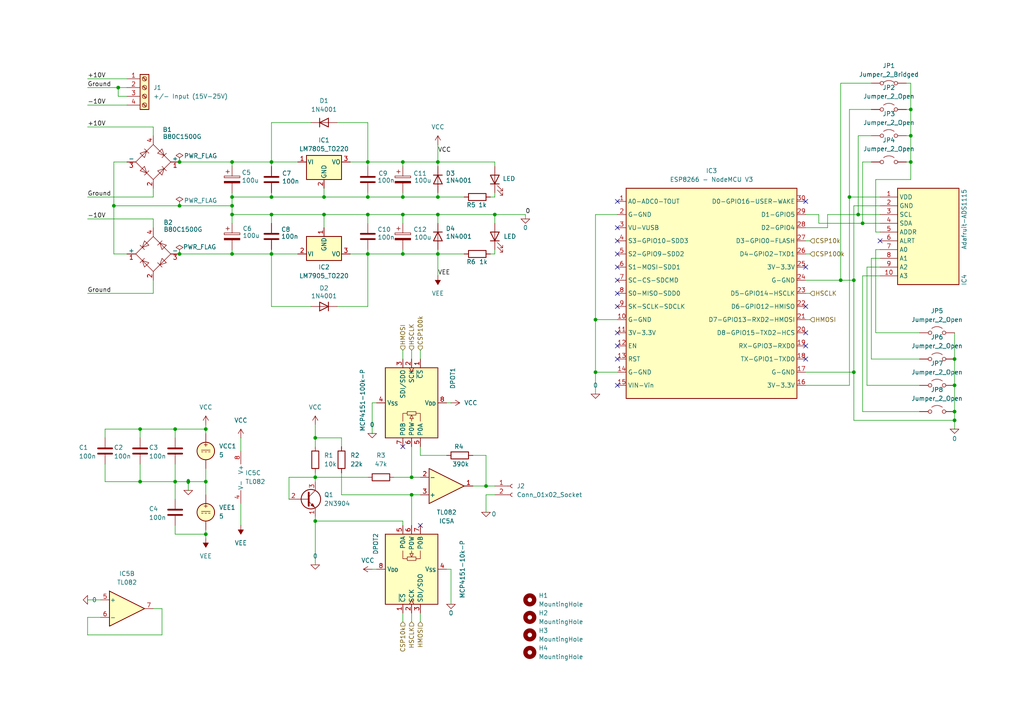
<source format=kicad_sch>
(kicad_sch (version 20250114) (generator "eeschema") (generator_version "9.0")
  (paper "A4")
  (title_block (title "Transistor-Thermometer") (date "2024-12-03") (company "HSB") (comment 1 "M 5.9 ELK WiSe2024/25"))
  (junction (at 50.8 124.46))
  (junction (at 143.51 62.23))
  (junction (at 243.84 81.28))
  (junction (at 54.61 139.7))
  (junction (at 40.64 124.46))
  (junction (at 248.92 62.23))
  (junction (at 116.84 57.15))
  (junction (at 276.86 121.92))
  (junction (at 127 73.66))
  (junction (at 276.86 111.76))
  (junction (at 91.44 127))
  (junction (at 34.29 25.4))
  (junction (at 78.74 57.15))
  (junction (at 59.69 139.7))
  (junction (at 91.44 138.43))
  (junction (at 50.8 139.7))
  (junction (at 250.19 64.77))
  (junction (at 106.68 62.23))
  (junction (at 52.07 73.66))
  (junction (at 67.31 57.15))
  (junction (at 119.38 143.51))
  (junction (at 78.74 46.99))
  (junction (at 172.72 92.71))
  (junction (at 67.31 46.99))
  (junction (at 40.64 139.7))
  (junction (at 127 57.15))
  (junction (at 59.69 154.94))
  (junction (at 276.86 119.38))
  (junction (at 106.68 46.99))
  (junction (at 247.65 107.95))
  (junction (at 246.38 57.15))
  (junction (at 67.31 73.66))
  (junction (at 276.86 104.14))
  (junction (at 247.65 81.28))
  (junction (at 264.16 46.99))
  (junction (at 78.74 73.66))
  (junction (at 264.16 39.37))
  (junction (at 127 46.99))
  (junction (at 116.84 46.99))
  (junction (at 172.72 107.95))
  (junction (at 93.98 62.23))
  (junction (at 59.69 124.46))
  (junction (at 91.44 151.13))
  (junction (at 93.98 57.15))
  (junction (at 119.38 138.43))
  (junction (at 106.68 57.15))
  (junction (at 67.31 62.23))
  (junction (at 264.16 31.75))
  (junction (at 116.84 73.66))
  (junction (at 52.07 46.99))
  (junction (at 127 62.23))
  (junction (at 33.02 59.69))
  (junction (at 140.97 140.97))
  (junction (at 106.68 73.66))
  (junction (at 116.84 62.23))
  (junction (at 67.31 59.69))
  (junction (at 52.07 59.69))
  (junction (at 78.74 62.23))
  (no_connect (at 233.68 100.33))
  (no_connect (at 233.68 96.52))
  (no_connect (at 233.68 77.47))
  (no_connect (at 233.68 104.14))
  (no_connect (at 233.68 88.9))
  (no_connect (at 179.07 58.42))
  (no_connect (at 121.92 152.4))
  (no_connect (at 179.07 69.85))
  (no_connect (at 179.07 66.04))
  (no_connect (at 179.07 85.09))
  (no_connect (at 179.07 88.9))
  (no_connect (at 233.68 58.42))
  (no_connect (at 255.27 69.85))
  (no_connect (at 179.07 73.66))
  (no_connect (at 179.07 104.14))
  (no_connect (at 179.07 77.47))
  (no_connect (at 179.07 100.33))
  (no_connect (at 179.07 111.76))
  (no_connect (at 179.07 81.28))
  (no_connect (at 179.07 96.52))
  (no_connect (at 116.84 129.54))
  (wire (pts (xy 59.69 139.7) (xy 54.61 139.7)))
  (wire (pts (xy 264.16 52.07) (xy 264.16 46.99)))
  (wire (pts (xy 276.86 119.38) (xy 276.86 121.92)))
  (wire (pts (xy 78.74 73.66) (xy 86.36 73.66)))
  (wire (pts (xy 97.79 88.9) (xy 106.68 88.9)))
  (wire (pts (xy 250.19 64.77) (xy 237.49 64.77)))
  (wire (pts (xy 106.68 73.66) (xy 116.84 73.66)))
  (wire (pts (xy 140.97 143.51) (xy 143.51 143.51)))
  (wire (pts (xy 252.73 74.93) (xy 255.27 74.93)))
  (wire (pts (xy 140.97 140.97) (xy 137.16 140.97)))
  (wire (pts (xy 44.45 57.15) (xy 44.45 54.61)))
  (wire (pts (xy 59.69 123.19) (xy 59.69 124.46)))
  (wire (pts (xy 250.19 119.38) (xy 250.19 80.01)))
  (wire (pts (xy 59.69 154.94) (xy 59.69 156.21)))
  (wire (pts (xy 116.84 57.15) (xy 127 57.15)))
  (wire (pts (xy 251.46 111.76) (xy 251.46 77.47)))
  (wire (pts (xy 83.82 144.78) (xy 83.82 138.43)))
  (wire (pts (xy 59.69 154.94) (xy 50.8 154.94)))
  (wire (pts (xy 247.65 59.69) (xy 247.65 81.28)))
  (wire (pts (xy 93.98 62.23) (xy 106.68 62.23)))
  (wire (pts (xy 54.61 139.7) (xy 54.61 142.24)))
  (wire (pts (xy 142.24 57.15) (xy 143.51 57.15)))
  (wire (pts (xy 248.92 39.37) (xy 248.92 62.23)))
  (wire (pts (xy 59.69 124.46) (xy 50.8 124.46)))
  (wire (pts (xy 91.44 123.19) (xy 91.44 127)))
  (wire (pts (xy 252.73 31.75) (xy 246.38 31.75)))
  (wire (pts (xy 25.4 184.15) (xy 46.99 184.15)))
  (wire (pts (xy 86.36 46.99) (xy 78.74 46.99)))
  (wire (pts (xy 25.4 25.4) (xy 34.29 25.4)))
  (wire (pts (xy 254 96.52) (xy 254 72.39)))
  (wire (pts (xy 172.72 92.71) (xy 172.72 107.95)))
  (wire (pts (xy 233.68 66.04) (xy 240.03 66.04)))
  (wire (pts (xy 59.69 124.46) (xy 59.69 125.73)))
  (wire (pts (xy 93.98 62.23) (xy 78.74 62.23)))
  (wire (pts (xy 251.46 77.47) (xy 255.27 77.47)))
  (wire (pts (xy 246.38 111.76) (xy 233.68 111.76)))
  (wire (pts (xy 106.68 46.99) (xy 106.68 48.26)))
  (wire (pts (xy 91.44 138.43) (xy 91.44 139.7)))
  (wire (pts (xy 106.68 72.39) (xy 106.68 73.66)))
  (wire (pts (xy 106.68 55.88) (xy 106.68 57.15)))
  (wire (pts (xy 67.31 72.39) (xy 67.31 73.66)))
  (wire (pts (xy 25.4 63.5) (xy 44.45 63.5)))
  (wire (pts (xy 78.74 35.56) (xy 78.74 46.99)))
  (wire (pts (xy 106.68 35.56) (xy 106.68 46.99)))
  (wire (pts (xy 69.85 127) (xy 69.85 130.81)))
  (wire (pts (xy 266.7 104.14) (xy 252.73 104.14)))
  (wire (pts (xy 25.4 36.83) (xy 44.45 36.83)))
  (wire (pts (xy 90.17 35.56) (xy 78.74 35.56)))
  (wire (pts (xy 106.68 57.15) (xy 116.84 57.15)))
  (wire (pts (xy 266.7 119.38) (xy 250.19 119.38)))
  (wire (pts (xy 44.45 63.5) (xy 44.45 66.04)))
  (wire (pts (xy 121.92 132.08) (xy 121.92 129.54)))
  (wire (pts (xy 116.84 151.13) (xy 91.44 151.13)))
  (wire (pts (xy 50.8 154.94) (xy 50.8 152.4)))
  (wire (pts (xy 127 57.15) (xy 134.62 57.15)))
  (wire (pts (xy 127 73.66) (xy 127 80.01)))
  (wire (pts (xy 93.98 54.61) (xy 93.98 57.15)))
  (wire (pts (xy 25.4 57.15) (xy 44.45 57.15)))
  (wire (pts (xy 107.95 116.84) (xy 109.22 116.84)))
  (wire (pts (xy 143.51 140.97) (xy 140.97 140.97)))
  (wire (pts (xy 44.45 176.53) (xy 46.99 176.53)))
  (wire (pts (xy 119.38 101.6) (xy 119.38 104.14)))
  (wire (pts (xy 264.16 46.99) (xy 264.16 39.37)))
  (wire (pts (xy 264.16 39.37) (xy 264.16 31.75)))
  (wire (pts (xy 252.73 46.99) (xy 250.19 46.99)))
  (wire (pts (xy 91.44 137.16) (xy 91.44 138.43)))
  (wire (pts (xy 106.68 88.9) (xy 106.68 73.66)))
  (wire (pts (xy 67.31 46.99) (xy 67.31 48.26)))
  (wire (pts (xy 78.74 88.9) (xy 78.74 73.66)))
  (wire (pts (xy 101.6 73.66) (xy 106.68 73.66)))
  (wire (pts (xy 50.8 134.62) (xy 50.8 139.7)))
  (wire (pts (xy 116.84 73.66) (xy 127 73.66)))
  (wire (pts (xy 121.92 177.8) (xy 121.92 180.34)))
  (wire (pts (xy 36.83 73.66) (xy 33.02 73.66)))
  (wire (pts (xy 233.68 73.66) (xy 234.95 73.66)))
  (wire (pts (xy 179.07 62.23) (xy 172.72 62.23)))
  (wire (pts (xy 276.86 121.92) (xy 247.65 121.92)))
  (wire (pts (xy 101.6 46.99) (xy 106.68 46.99)))
  (wire (pts (xy 93.98 57.15) (xy 106.68 57.15)))
  (wire (pts (xy 52.07 46.99) (xy 67.31 46.99)))
  (wire (pts (xy 248.92 62.23) (xy 255.27 62.23)))
  (wire (pts (xy 142.24 73.66) (xy 143.51 73.66)))
  (wire (pts (xy 127 62.23) (xy 143.51 62.23)))
  (wire (pts (xy 243.84 24.13) (xy 243.84 81.28)))
  (wire (pts (xy 91.44 151.13) (xy 91.44 163.83)))
  (wire (pts (xy 52.07 59.69) (xy 67.31 59.69)))
  (wire (pts (xy 252.73 39.37) (xy 248.92 39.37)))
  (wire (pts (xy 107.95 165.1) (xy 109.22 165.1)))
  (wire (pts (xy 254 67.31) (xy 254 52.07)))
  (wire (pts (xy 116.84 72.39) (xy 116.84 73.66)))
  (wire (pts (xy 250.19 46.99) (xy 250.19 64.77)))
  (wire (pts (xy 119.38 177.8) (xy 119.38 180.34)))
  (wire (pts (xy 25.4 179.07) (xy 25.4 184.15)))
  (wire (pts (xy 247.65 121.92) (xy 247.65 107.95)))
  (wire (pts (xy 99.06 127) (xy 99.06 129.54)))
  (wire (pts (xy 40.64 124.46) (xy 30.48 124.46)))
  (wire (pts (xy 262.89 46.99) (xy 264.16 46.99)))
  (wire (pts (xy 83.82 138.43) (xy 91.44 138.43)))
  (wire (pts (xy 121.92 101.6) (xy 121.92 104.14)))
  (wire (pts (xy 143.51 57.15) (xy 143.51 55.88)))
  (wire (pts (xy 78.74 62.23) (xy 78.74 64.77)))
  (wire (pts (xy 114.3 138.43) (xy 119.38 138.43)))
  (wire (pts (xy 119.38 143.51) (xy 121.92 143.51)))
  (wire (pts (xy 252.73 104.14) (xy 252.73 74.93)))
  (wire (pts (xy 137.16 132.08) (xy 140.97 132.08)))
  (wire (pts (xy 127 55.88) (xy 127 57.15)))
  (wire (pts (xy 119.38 143.51) (xy 119.38 152.4)))
  (wire (pts (xy 67.31 62.23) (xy 67.31 64.77)))
  (wire (pts (xy 276.86 104.14) (xy 276.86 111.76)))
  (wire (pts (xy 106.68 46.99) (xy 116.84 46.99)))
  (wire (pts (xy 152.4 62.23) (xy 152.4 63.5)))
  (wire (pts (xy 34.29 27.94) (xy 34.29 25.4)))
  (wire (pts (xy 78.74 55.88) (xy 78.74 57.15)))
  (wire (pts (xy 179.07 107.95) (xy 172.72 107.95)))
  (wire (pts (xy 116.84 46.99) (xy 116.84 48.26)))
  (wire (pts (xy 129.54 116.84) (xy 130.81 116.84)))
  (wire (pts (xy 233.68 107.95) (xy 247.65 107.95)))
  (wire (pts (xy 121.92 132.08) (xy 129.54 132.08)))
  (wire (pts (xy 250.19 64.77) (xy 255.27 64.77)))
  (wire (pts (xy 116.84 46.99) (xy 127 46.99)))
  (wire (pts (xy 233.68 85.09) (xy 234.95 85.09)))
  (wire (pts (xy 78.74 57.15) (xy 93.98 57.15)))
  (wire (pts (xy 240.03 62.23) (xy 248.92 62.23)))
  (wire (pts (xy 30.48 139.7) (xy 40.64 139.7)))
  (wire (pts (xy 247.65 107.95) (xy 247.65 81.28)))
  (wire (pts (xy 243.84 81.28) (xy 233.68 81.28)))
  (wire (pts (xy 130.81 175.26) (xy 130.81 165.1)))
  (wire (pts (xy 127 46.99) (xy 127 48.26)))
  (wire (pts (xy 172.72 62.23) (xy 172.72 92.71)))
  (wire (pts (xy 91.44 138.43) (xy 106.68 138.43)))
  (wire (pts (xy 25.4 30.48) (xy 36.83 30.48)))
  (wire (pts (xy 143.51 62.23) (xy 143.51 64.77)))
  (wire (pts (xy 67.31 57.15) (xy 67.31 59.69)))
  (wire (pts (xy 30.48 134.62) (xy 30.48 139.7)))
  (wire (pts (xy 30.48 124.46) (xy 30.48 127)))
  (wire (pts (xy 255.27 67.31) (xy 254 67.31)))
  (wire (pts (xy 119.38 129.54) (xy 119.38 138.43)))
  (wire (pts (xy 33.02 73.66) (xy 33.02 59.69)))
  (wire (pts (xy 127 46.99) (xy 143.51 46.99)))
  (wire (pts (xy 50.8 139.7) (xy 54.61 139.7)))
  (wire (pts (xy 246.38 31.75) (xy 246.38 57.15)))
  (wire (pts (xy 36.83 27.94) (xy 34.29 27.94)))
  (wire (pts (xy 240.03 66.04) (xy 240.03 62.23)))
  (wire (pts (xy 127 62.23) (xy 127 64.77)))
  (wire (pts (xy 33.02 46.99) (xy 36.83 46.99)))
  (wire (pts (xy 172.72 107.95) (xy 172.72 114.3)))
  (wire (pts (xy 78.74 72.39) (xy 78.74 73.66)))
  (wire (pts (xy 250.19 80.01) (xy 255.27 80.01)))
  (wire (pts (xy 247.65 81.28) (xy 243.84 81.28)))
  (wire (pts (xy 106.68 62.23) (xy 116.84 62.23)))
  (wire (pts (xy 262.89 31.75) (xy 264.16 31.75)))
  (wire (pts (xy 233.68 69.85) (xy 234.95 69.85)))
  (wire (pts (xy 264.16 24.13) (xy 262.89 24.13)))
  (wire (pts (xy 67.31 55.88) (xy 67.31 57.15)))
  (wire (pts (xy 127 73.66) (xy 134.62 73.66)))
  (wire (pts (xy 69.85 146.05) (xy 69.85 152.4)))
  (wire (pts (xy 50.8 139.7) (xy 50.8 144.78)))
  (wire (pts (xy 50.8 124.46) (xy 40.64 124.46)))
  (wire (pts (xy 143.51 62.23) (xy 152.4 62.23)))
  (wire (pts (xy 119.38 138.43) (xy 121.92 138.43)))
  (wire (pts (xy 50.8 124.46) (xy 50.8 127)))
  (wire (pts (xy 254 52.07) (xy 264.16 52.07)))
  (wire (pts (xy 255.27 59.69) (xy 247.65 59.69)))
  (wire (pts (xy 107.95 116.84) (xy 107.95 125.73)))
  (wire (pts (xy 99.06 143.51) (xy 119.38 143.51)))
  (wire (pts (xy 116.84 177.8) (xy 116.84 180.34)))
  (wire (pts (xy 266.7 96.52) (xy 254 96.52)))
  (wire (pts (xy 97.79 35.56) (xy 106.68 35.56)))
  (wire (pts (xy 33.02 59.69) (xy 52.07 59.69)))
  (wire (pts (xy 143.51 46.99) (xy 143.51 48.26)))
  (wire (pts (xy 116.84 55.88) (xy 116.84 57.15)))
  (wire (pts (xy 237.49 62.23) (xy 237.49 64.77)))
  (wire (pts (xy 143.51 73.66) (xy 143.51 72.39)))
  (wire (pts (xy 127 41.91) (xy 127 46.99)))
  (wire (pts (xy 233.68 62.23) (xy 237.49 62.23)))
  (wire (pts (xy 246.38 57.15) (xy 246.38 111.76)))
  (wire (pts (xy 127 72.39) (xy 127 73.66)))
  (wire (pts (xy 25.4 173.99) (xy 29.21 173.99)))
  (wire (pts (xy 91.44 149.86) (xy 91.44 151.13)))
  (wire (pts (xy 44.45 81.28) (xy 44.45 85.09)))
  (wire (pts (xy 40.64 139.7) (xy 50.8 139.7)))
  (wire (pts (xy 91.44 129.54) (xy 91.44 127)))
  (wire (pts (xy 116.84 101.6) (xy 116.84 104.14)))
  (wire (pts (xy 255.27 57.15) (xy 246.38 57.15)))
  (wire (pts (xy 179.07 92.71) (xy 172.72 92.71)))
  (wire (pts (xy 276.86 121.92) (xy 276.86 124.46)))
  (wire (pts (xy 67.31 73.66) (xy 78.74 73.66)))
  (wire (pts (xy 29.21 179.07) (xy 25.4 179.07)))
  (wire (pts (xy 276.86 111.76) (xy 276.86 119.38)))
  (wire (pts (xy 116.84 151.13) (xy 116.84 152.4)))
  (wire (pts (xy 40.64 124.46) (xy 40.64 127)))
  (wire (pts (xy 129.54 165.1) (xy 130.81 165.1)))
  (wire (pts (xy 91.44 127) (xy 99.06 127)))
  (wire (pts (xy 25.4 22.86) (xy 36.83 22.86)))
  (wire (pts (xy 52.07 73.66) (xy 67.31 73.66)))
  (wire (pts (xy 59.69 139.7) (xy 59.69 143.51)))
  (wire (pts (xy 252.73 24.13) (xy 243.84 24.13)))
  (wire (pts (xy 106.68 62.23) (xy 106.68 64.77)))
  (wire (pts (xy 67.31 57.15) (xy 78.74 57.15)))
  (wire (pts (xy 233.68 92.71) (xy 234.95 92.71)))
  (wire (pts (xy 33.02 59.69) (xy 33.02 46.99)))
  (wire (pts (xy 93.98 66.04) (xy 93.98 62.23)))
  (wire (pts (xy 116.84 62.23) (xy 127 62.23)))
  (wire (pts (xy 99.06 137.16) (xy 99.06 143.51)))
  (wire (pts (xy 34.29 25.4) (xy 36.83 25.4)))
  (wire (pts (xy 140.97 143.51) (xy 140.97 148.59)))
  (wire (pts (xy 264.16 31.75) (xy 264.16 24.13)))
  (wire (pts (xy 262.89 39.37) (xy 264.16 39.37)))
  (wire (pts (xy 116.84 62.23) (xy 116.84 64.77)))
  (wire (pts (xy 276.86 96.52) (xy 276.86 104.14)))
  (wire (pts (xy 25.4 85.09) (xy 44.45 85.09)))
  (wire (pts (xy 78.74 46.99) (xy 78.74 48.26)))
  (wire (pts (xy 40.64 134.62) (xy 40.64 139.7)))
  (wire (pts (xy 140.97 132.08) (xy 140.97 140.97)))
  (wire (pts (xy 78.74 46.99) (xy 67.31 46.99)))
  (wire (pts (xy 67.31 59.69) (xy 67.31 62.23)))
  (wire (pts (xy 46.99 184.15) (xy 46.99 176.53)))
  (wire (pts (xy 44.45 36.83) (xy 44.45 39.37)))
  (wire (pts (xy 266.7 111.76) (xy 251.46 111.76)))
  (wire (pts (xy 59.69 135.89) (xy 59.69 139.7)))
  (wire (pts (xy 90.17 88.9) (xy 78.74 88.9)))
  (wire (pts (xy 78.74 62.23) (xy 67.31 62.23)))
  (wire (pts (xy 59.69 153.67) (xy 59.69 154.94)))
  (wire (pts (xy 254 72.39) (xy 255.27 72.39)))
  (label "Ground" (at 25.4 25.4 0))
  (label "+10V" (at 25.4 36.83 0))
  (label "VEE" (at 127 80.01 0))
  (label "-10V" (at 25.4 63.5 0))
  (label "Ground" (at 25.4 85.09 0))
  (label "Ground" (at 25.4 57.15 0))
  (label "+10V" (at 25.4 22.86 0))
  (label "0" (at 152.4 62.23 0))
  (label "VCC" (at 127 44.45 0))
  (label "-10V" (at 25.4 30.48 0))
  (hierarchical_label "HSCLK" (shape input) (at 234.95 85.09 0))
  (hierarchical_label "CSP10k" (shape input) (at 234.95 69.85 0))
  (hierarchical_label "HSCLK" (shape input) (at 119.38 180.34 270))
  (hierarchical_label "HMOSI" (shape input) (at 234.95 92.71 0))
  (hierarchical_label "HSCLK" (shape input) (at 119.38 101.6 90))
  (hierarchical_label "HMOSI" (shape input) (at 121.92 180.34 270))
  (hierarchical_label "CSP10k" (shape input) (at 116.84 180.34 270))
  (hierarchical_label "CSP100k" (shape input) (at 234.95 73.66 0))
  (hierarchical_label "CSP100k" (shape input) (at 121.92 101.6 90))
  (hierarchical_label "HMOSI" (shape input) (at 116.84 101.6 90))
  (symbol (lib_id "Device:C") (at 106.68 52.07 0) (unit 1)
    (property "Reference" "C9" (at 109.728 50.292 0) (effects (justify left)))
    (property "Value" "100n" (at 109.474 52.324 0) (effects (justify left)))
    (property "Footprint" "Capacitor_THT:C_Disc_D6.0mm_W2.5mm_P5.00mm" (effects (hide yes)))
    (property "Description" "Unpolarized capacitor" (effects (hide yes)))
  )
  (symbol (lib_id "Amplifier_Operational1:TL082") (at 36.83 176.53 0) (unit 2)
    (property "Reference" "IC5" (at 36.83 166.37 0))
    (property "Value" "TL082" (at 36.83 168.91 0))
    (property "Footprint" "Package_DIP:DIP-8_W7.62mm" (effects (hide yes)))
    (property "Datasheet" "http://www.ti.com/lit/ds/symlink/tl081.pdf" (effects (hide yes)))
    (property "Description" "Dual JFET-Input Operational Amplifiers, DIP-8/SOIC-8/SSOP-8" (effects (hide yes)))
  )
  (symbol (lib_id "Device:R") (at 99.06 133.35 0) (unit 1)
    (property "Reference" "R2" (at 101.6 132.0799 0) (effects (justify left)))
    (property "Value" "22k" (at 101.6 134.6199 0) (effects (justify left)))
    (property "Footprint" "Resistor_THT:R_Axial_DIN0207_L6.3mm_D2.5mm_P10.16mm_Horizontal" (effects (hide yes)))
    (property "Description" "Resistor" (effects (hide yes)))
    (property "Sim.Device" "R" (effects (hide yes)))
    (property "Sim.Pins" "1=+ 2=-" (effects (hide yes)))
  )
  (symbol (lib_id "Jumper:Jumper_2_Open") (at 257.81 31.75 0) (unit 1) (exclude_from_sim yes)
    (property "Reference" "JP2" (at 257.81 25.4 0))
    (property "Value" "Jumper_2_Open" (at 257.81 27.94 0))
    (property "Footprint" "Connector_PinHeader_2.54mm:PinHeader_1x02_P2.54mm_Vertical" (effects (hide yes)))
    (property "Description" "Jumper, 2-pole, open" (effects (hide yes)))
  )
  (symbol (lib_id "Diode:1N4001") (at 127 68.58 270) (unit 1)
    (property "Reference" "D4" (at 129.286 66.294 90) (effects (justify left)))
    (property "Value" "1N4001" (at 129.286 68.58 90) (effects (justify left)))
    (property "Footprint" "Diode_THT:D_DO-41_SOD81_P10.16mm_Horizontal" (effects (hide yes)))
    (property "Datasheet" "http://www.vishay.com/docs/88503/1n4001.pdf" (effects (hide yes)))
    (property "Description" "50V 1A General Purpose Rectifier Diode, DO-41" (effects (hide yes)))
    (property "Sim.Device" "D" (effects (hide yes)))
    (property "Sim.Pins" "1=K 2=A" (effects (hide yes)))
  )
  (symbol (lib_id "Potentiometer_Digital:MCP4151-xxxx-P") (at 119.38 165.1 90) (unit 1)
    (property "Reference" "DPOT2" (at 108.966 157.734 0))
    (property "Value" "MCP4151-10k-P" (at 134.112 165.1 0))
    (property "Footprint" "Package_DIP:DIP-8_W7.62mm" (effects (hide yes)))
    (property "Datasheet" "https://ww1.microchip.com/downloads/aemDocuments/documents/OTH/ProductDocuments/DataSheets/22060b.pdf" (effects (hide yes)))
    (property "Description" "Single Digital Potentiometer, SPI interface, 257 taps, 5/10/50/100 kohm, volatile memory" (effects (hide yes)))
  )
  (symbol (lib_id "power:VEE") (at 59.69 156.21 180) (unit 1)
    (property "Reference" "#PWR02" (effects (hide yes)))
    (property "Value" "VEE" (at 59.69 161.29 0))
    (property "Description" "Power symbol creates a global label with name \"VEE\"" (effects (hide yes)))
  )
  (symbol (lib_id "Device:R") (at 91.44 133.35 0) (unit 1)
    (property "Reference" "R1" (at 93.98 132.0799 0) (effects (justify left)))
    (property "Value" "10k" (at 93.98 134.6199 0) (effects (justify left)))
    (property "Footprint" "Resistor_THT:R_Axial_DIN0207_L6.3mm_D2.5mm_P10.16mm_Horizontal" (effects (hide yes)))
    (property "Description" "Resistor" (effects (hide yes)))
    (property "Sim.Device" "R" (effects (hide yes)))
    (property "Sim.Pins" "1=+ 2=-" (effects (hide yes)))
  )
  (symbol (lib_id "Simulation_SPICE:0") (at 130.81 175.26 0) (unit 1)
    (property "Reference" "#GND04" (effects (hide yes)))
    (property "Value" "0" (at 130.81 177.8 0))
    (property "Datasheet" "https://ngspice.sourceforge.io/docs/ngspice-html-manual/manual.xhtml#subsec_Circuit_elements__device" (effects (hide yes)))
    (property "Description" "0V reference potential for simulation" (effects (hide yes)))
  )
  (symbol (lib_id "Diode_Bridge:B80C1500G") (at 44.45 46.99 0) (unit 1)
    (property "Reference" "B1" (at 48.514 37.592 0))
    (property "Value" "B80C1500G" (at 52.832 39.624 0))
    (property "Footprint" "Diode_THT:Diode_Bridge_Round_D9.0mm" (effects (hide yes)))
    (property "Datasheet" "https://www.vishay.com/docs/88501/b40c1500g.pdf" (effects (hide yes)))
    (property "Description" "Glass Passivated Single-Phase Bridge Rectifier, 80V Vrms, 1.5A If, WOG package" (effects (hide yes)))
  )
  (symbol (lib_id "power:VEE") (at 127 80.01 180) (unit 1)
    (property "Reference" "#PWR08" (effects (hide yes)))
    (property "Value" "VEE" (at 127 85.09 0))
    (property "Description" "Power symbol creates a global label with name \"VEE\"" (effects (hide yes)))
  )
  (symbol (lib_id "Mechanical:MountingHole") (at 153.67 179.07 0) (unit 1) (exclude_from_sim yes) (in_bom no)
    (property "Reference" "H2" (at 156.21 177.7999 0) (effects (justify left)))
    (property "Value" "MountingHole" (at 156.21 180.3399 0) (effects (justify left)))
    (property "Footprint" "MountingHole:MountingHole_3.2mm_M3" (effects (hide yes)))
    (property "Description" "Mounting Hole without connection" (effects (hide yes)))
  )
  (symbol (lib_id "Simulation_SPICE:0") (at 54.61 142.24 0) (unit 1)
    (property "Reference" "#GND02" (effects (hide yes)))
    (property "Value" "0" (at 54.61 139.7 0))
    (property "Datasheet" "https://ngspice.sourceforge.io/docs/ngspice-html-manual/manual.xhtml#subsec_Circuit_elements__device" (effects (hide yes)))
    (property "Description" "0V reference potential for simulation" (effects (hide yes)))
  )
  (symbol (lib_id "power:VCC") (at 69.85 127 0) (unit 1)
    (property "Reference" "#PWR03" (effects (hide yes)))
    (property "Value" "VCC" (at 69.85 121.92 0))
    (property "Description" "Power symbol creates a global label with name \"VCC\"" (effects (hide yes)))
  )
  (symbol (lib_id "Regulator_Linear:LM7810_TO220") (at 93.98 46.99 0) (unit 1)
    (property "Reference" "IC1" (at 93.98 40.64 0))
    (property "Value" "LM7805_TO220" (at 93.98 43.18 0))
    (property "Footprint" "Package_TO_SOT_THT:TO-220-3_Vertical" (effects (hide yes)))
    (property "Datasheet" "https://www.onsemi.cn/PowerSolutions/document/MC7800-D.PDF" (effects (hide yes)))
    (property "Description" "Positive 1A 35V Linear Regulator, Fixed Output 10V, TO-220" (effects (hide yes)))
  )
  (symbol (lib_id "Simulation_SPICE:VDC") (at 59.69 130.81 0) (unit 1) (on_board no)
    (property "Reference" "VCC1" (at 63.5 129.4101 0) (effects (justify left)))
    (property "Value" "5" (at 63.5 131.9501 0) (effects (justify left)))
    (property "Datasheet" "https://ngspice.sourceforge.io/docs/ngspice-html-manual/manual.xhtml#sec_Independent_Sources_for" (effects (hide yes)))
    (property "Description" "Voltage source, DC" (effects (hide yes)))
    (property "Sim.Pins" "1=+ 2=-" (effects (hide yes)))
    (property "Sim.Type" "DC" (effects (hide yes)))
    (property "Sim.Device" "V" (effects (hide yes)))
  )
  (symbol (lib_id "Simulation_SPICE:0") (at 140.97 148.59 0) (unit 1)
    (property "Reference" "#GND06" (effects (hide yes)))
    (property "Value" "0" (at 143.256 149.098 0))
    (property "Datasheet" "https://ngspice.sourceforge.io/docs/ngspice-html-manual/manual.xhtml#subsec_Circuit_elements__device" (effects (hide yes)))
    (property "Description" "0V reference potential for simulation" (effects (hide yes)))
  )
  (symbol (lib_id "power:VEE") (at 69.85 152.4 180) (unit 1)
    (property "Reference" "#PWR04" (effects (hide yes)))
    (property "Value" "VEE" (at 69.85 157.48 0))
    (property "Description" "Power symbol creates a global label with name \"VEE\"" (effects (hide yes)))
  )
  (symbol (lib_id "power:VCC") (at 130.81 116.84 270) (unit 1)
    (property "Reference" "#PWR06" (effects (hide yes)))
    (property "Value" "VCC" (at 134.62 116.8399 90) (effects (justify left)))
    (property "Description" "Power symbol creates a global label with name \"VCC\"" (effects (hide yes)))
  )
  (symbol (lib_id "Device:C") (at 50.8 130.81 0) (unit 1)
    (property "Reference" "C3" (at 43.18 129.794 0) (effects (justify left)))
    (property "Value" "100n" (at 43.18 132.334 0) (effects (justify left)))
    (property "Footprint" "Capacitor_THT:C_Disc_D5.0mm_W2.5mm_P5.00mm" (effects (hide yes)))
    (property "Description" "Unpolarized capacitor" (effects (hide yes)))
  )
  (symbol (lib_name "LED_1") (lib_id "Device:LED") (at 143.51 68.58 90) (unit 1)
    (property "Reference" "LED2" (effects (hide yes)))
    (property "Value" "LED" (at 146.05 68.58 90) (effects (justify right)))
    (property "Footprint" "LED_THT:LED_D3.0mm" (effects (hide yes)))
    (property "Description" "Light emitting diode" (effects (hide yes)))
    (property "Sim.Pins" "1=K 2=A" (effects (hide yes)))
  )
  (symbol (lib_id "Connector:Conn_01x02_Socket") (at 148.59 140.97 0) (unit 1)
    (property "Reference" "J2" (at 149.86 140.9699 0) (effects (justify left)))
    (property "Value" "Conn_01x02_Socket" (at 149.86 143.5099 0) (effects (justify left)))
    (property "Footprint" "Connector_PinHeader_2.54mm:PinHeader_1x02_P2.54mm_Vertical" (effects (hide yes)))
    (property "Description" "Generic connector, single row, 01x02, script generated" (effects (hide yes)))
  )
  (symbol (lib_id "Simulation_SPICE:0") (at 25.4 173.99 270) (unit 1)
    (property "Reference" "#GND01" (effects (hide yes)))
    (property "Value" "0" (at 26.67 173.9899 90) (effects (justify left)))
    (property "Datasheet" "https://ngspice.sourceforge.io/docs/ngspice-html-manual/manual.xhtml#subsec_Circuit_elements__device" (effects (hide yes)))
    (property "Description" "0V reference potential for simulation" (effects (hide yes)))
  )
  (symbol (lib_id "Diode:1N4001") (at 93.98 88.9 180) (unit 1)
    (property "Reference" "D2" (at 93.98 83.566 0))
    (property "Value" "1N4001" (at 93.98 85.852 0))
    (property "Footprint" "Diode_THT:D_DO-41_SOD81_P10.16mm_Horizontal" (effects (hide yes)))
    (property "Datasheet" "http://www.vishay.com/docs/88503/1n4001.pdf" (effects (hide yes)))
    (property "Description" "50V 1A General Purpose Rectifier Diode, DO-41" (effects (hide yes)))
    (property "Sim.Device" "D" (effects (hide yes)))
    (property "Sim.Pins" "1=K 2=A" (effects (hide yes)))
  )
  (symbol (lib_id "Connector:Screw_Terminal_01x04") (at 41.91 25.4 0) (unit 1)
    (property "Reference" "J1" (at 44.45 25.3999 0) (effects (justify left)))
    (property "Value" "+/- Input (15V-25V)" (at 44.45 27.9399 0) (effects (justify left)))
    (property "Footprint" "TerminalBlock_Phoenix:TerminalBlock_Phoenix_PT-1,5-4-5.0-H_1x04_P5.00mm_Horizontal" (effects (hide yes)))
    (property "Description" "Generic screw terminal, single row, 01x04, script generated (kicad-library-utils/schlib/autogen/connector/)" (effects (hide yes)))
  )
  (symbol (lib_id "Device:C") (at 78.74 68.58 0) (unit 1)
    (property "Reference" "C8" (at 81.534 66.548 0) (effects (justify left)))
    (property "Value" "100n" (at 81.534 68.58 0) (effects (justify left)))
    (property "Footprint" "Capacitor_THT:C_Disc_D6.0mm_W2.5mm_P5.00mm" (effects (hide yes)))
    (property "Description" "Unpolarized capacitor" (effects (hide yes)))
  )
  (symbol (lib_id "Device:R") (at 110.49 138.43 90) (unit 1)
    (property "Reference" "R3" (at 110.49 132.08 90))
    (property "Value" "47k" (at 110.49 134.62 90))
    (property "Footprint" "Resistor_THT:R_Axial_DIN0207_L6.3mm_D2.5mm_P10.16mm_Horizontal" (effects (hide yes)))
    (property "Description" "Resistor" (effects (hide yes)))
    (property "Sim.Device" "R" (effects (hide yes)))
    (property "Sim.Pins" "1=+ 2=-" (effects (hide yes)))
  )
  (symbol (lib_id "Device:C") (at 40.64 130.81 0) (unit 1)
    (property "Reference" "C2" (at 33.02 129.794 0) (effects (justify left)))
    (property "Value" "100n" (at 33.02 132.334 0) (effects (justify left)))
    (property "Footprint" "Capacitor_THT:C_Disc_D5.0mm_W2.5mm_P5.00mm" (effects (hide yes)))
    (property "Description" "Unpolarized capacitor" (effects (hide yes)))
  )
  (symbol (lib_id "Device:C_Polarized") (at 116.84 52.07 0) (unit 1)
    (property "Reference" "C11" (at 119.888 50.292 0) (effects (justify left)))
    (property "Value" "100u" (at 120.142 52.324 0) (effects (justify left)))
    (property "Footprint" "Capacitor_THT:CP_Radial_D10.0mm_P5.00mm" (effects (hide yes)))
    (property "Description" "Polarized capacitor" (effects (hide yes)))
  )
  (symbol (lib_id "Mechanical:MountingHole") (at 153.67 184.15 0) (unit 1) (exclude_from_sim yes) (in_bom no)
    (property "Reference" "H3" (at 156.21 182.8799 0) (effects (justify left)))
    (property "Value" "MountingHole" (at 156.21 185.4199 0) (effects (justify left)))
    (property "Footprint" "MountingHole:MountingHole_3.2mm_M3" (effects (hide yes)))
    (property "Description" "Mounting Hole without connection" (effects (hide yes)))
  )
  (symbol (lib_id "Mechanical:MountingHole") (at 153.67 173.99 0) (unit 1) (exclude_from_sim yes) (in_bom no)
    (property "Reference" "H1" (at 156.21 172.7199 0) (effects (justify left)))
    (property "Value" "MountingHole" (at 156.21 175.2599 0) (effects (justify left)))
    (property "Footprint" "MountingHole:MountingHole_3.2mm_M3" (effects (hide yes)))
    (property "Description" "Mounting Hole without connection" (effects (hide yes)))
  )
  (symbol (lib_id "Mechanical:MountingHole") (at 153.67 189.23 0) (unit 1) (exclude_from_sim yes) (in_bom no)
    (property "Reference" "H4" (at 156.21 187.9599 0) (effects (justify left)))
    (property "Value" "MountingHole" (at 156.21 190.4999 0) (effects (justify left)))
    (property "Footprint" "MountingHole:MountingHole_3.2mm_M3" (effects (hide yes)))
    (property "Description" "Mounting Hole without connection" (effects (hide yes)))
  )
  (symbol (lib_id "Simulation_SPICE:0") (at 107.95 125.73 0) (unit 1)
    (property "Reference" "#GND05" (effects (hide yes)))
    (property "Value" "0" (at 107.95 123.19 0))
    (property "Datasheet" "https://ngspice.sourceforge.io/docs/ngspice-html-manual/manual.xhtml#subsec_Circuit_elements__device" (effects (hide yes)))
    (property "Description" "0V reference potential for simulation" (effects (hide yes)))
  )
  (symbol (lib_id "Device:LED") (at 143.51 52.07 90) (unit 1)
    (property "Reference" "LED1" (effects (hide yes)))
    (property "Value" "LED" (at 145.796 51.816 90) (effects (justify right)))
    (property "Footprint" "LED_THT:LED_D3.0mm" (effects (hide yes)))
    (property "Description" "Light emitting diode" (effects (hide yes)))
    (property "Sim.Pins" "1=K 2=A" (effects (hide yes)))
  )
  (symbol (lib_id "Jumper:Jumper_2_Bridged") (at 257.81 24.13 0) (unit 1) (exclude_from_sim yes)
    (property "Reference" "JP1" (at 257.81 19.05 0))
    (property "Value" "Jumper_2_Bridged" (at 257.81 21.59 0))
    (property "Footprint" "Connector_PinHeader_2.54mm:PinHeader_1x02_P2.54mm_Vertical" (effects (hide yes)))
    (property "Description" "Jumper, 2-pole, closed/bridged" (effects (hide yes)))
  )
  (symbol (lib_id "Device:R") (at 138.43 73.66 90) (unit 1)
    (property "Reference" "R6" (at 136.652 75.946 90))
    (property "Value" "1k" (at 140.208 75.946 90))
    (property "Footprint" "Resistor_THT:R_Axial_DIN0309_L9.0mm_D3.2mm_P12.70mm_Horizontal" (effects (hide yes)))
    (property "Description" "Resistor" (effects (hide yes)))
  )
  (symbol (lib_id "Regulator_Linear:LM7910_TO220") (at 93.98 73.66 0) (unit 1)
    (property "Reference" "IC2" (at 93.98 77.47 0))
    (property "Value" "LM7905_TO220" (at 93.98 80.01 0))
    (property "Footprint" "Package_TO_SOT_THT:TO-220-3_Vertical" (effects (hide yes)))
    (property "Datasheet" "https://www.onsemi.com/pub/Collateral/MC7900-D.PDF" (effects (hide yes)))
    (property "Description" "Negative 1A 35V Linear Regulator, Fixed Output 10V, TO-220" (effects (hide yes)))
  )
  (symbol (lib_id "Device:C") (at 50.8 148.59 0) (unit 1)
    (property "Reference" "C4" (at 43.18 147.574 0) (effects (justify left)))
    (property "Value" "100n" (at 43.18 150.114 0) (effects (justify left)))
    (property "Footprint" "Capacitor_THT:C_Disc_D5.0mm_W2.5mm_P5.00mm" (effects (hide yes)))
    (property "Description" "Unpolarized capacitor" (effects (hide yes)))
  )
  (symbol (lib_id "Simulation_SPICE:0") (at 91.44 163.83 0) (unit 1)
    (property "Reference" "#GND03" (effects (hide yes)))
    (property "Value" "0" (at 91.44 161.29 0))
    (property "Datasheet" "https://ngspice.sourceforge.io/docs/ngspice-html-manual/manual.xhtml#subsec_Circuit_elements__device" (effects (hide yes)))
    (property "Description" "0V reference potential for simulation" (effects (hide yes)))
  )
  (symbol (lib_id "Jumper:Jumper_2_Open") (at 271.78 96.52 0) (unit 1) (exclude_from_sim yes)
    (property "Reference" "JP5" (at 271.78 90.17 0))
    (property "Value" "Jumper_2_Open" (at 271.78 92.71 0))
    (property "Footprint" "Connector_PinHeader_2.54mm:PinHeader_1x02_P2.54mm_Vertical" (effects (hide yes)))
    (property "Description" "Jumper, 2-pole, open" (effects (hide yes)))
  )
  (symbol (lib_id "power:PWR_FLAG") (at 52.07 73.66 0) (unit 1)
    (property "Reference" "#FLG03" (effects (hide yes)))
    (property "Value" "PWR_FLAG" (at 57.912 71.628 0))
    (property "Description" "Special symbol for telling ERC where power comes from" (effects (hide yes)))
  )
  (symbol (lib_id "Jumper:Jumper_2_Open") (at 257.81 46.99 0) (unit 1) (exclude_from_sim yes)
    (property "Reference" "JP4" (at 257.81 40.64 0))
    (property "Value" "Jumper_2_Open" (at 257.81 43.18 0))
    (property "Footprint" "Connector_PinHeader_2.54mm:PinHeader_1x02_P2.54mm_Vertical" (effects (hide yes)))
    (property "Description" "Jumper, 2-pole, open" (effects (hide yes)))
  )
  (symbol (lib_id "Amplifier_Operational1:TL082") (at 129.54 140.97 0) (mirror x) (unit 1)
    (property "Reference" "IC5" (at 129.54 151.13 0))
    (property "Value" "TL082" (at 129.54 148.59 0))
    (property "Footprint" "Package_DIP:DIP-8_W7.62mm" (effects (hide yes)))
    (property "Datasheet" "http://www.ti.com/lit/ds/symlink/tl081.pdf" (effects (hide yes)))
    (property "Description" "Dual JFET-Input Operational Amplifiers, DIP-8/SOIC-8/SSOP-8" (effects (hide yes)))
  )
  (symbol (lib_id "Device:R") (at 133.35 132.08 90) (unit 1)
    (property "Reference" "R4" (at 133.096 129.54 90))
    (property "Value" "390k" (at 133.604 134.62 90))
    (property "Footprint" "Resistor_THT:R_Axial_DIN0207_L6.3mm_D2.5mm_P10.16mm_Horizontal" (effects (hide yes)))
    (property "Description" "Resistor" (effects (hide yes)))
    (property "Sim.Device" "R" (effects (hide yes)))
    (property "Sim.Pins" "1=+ 2=-" (effects (hide yes)))
  )
  (symbol (lib_name "ESP8266-NodeMCU-V3_1") (lib_id "HSB:ESP8266-NodeMCU-V3") (at 205.74 85.09 0) (unit 1)
    (property "Reference" "IC3" (at 206.375 49.53 0))
    (property "Value" "ESP8266 - NodeMCU V3" (at 206.375 52.07 0))
    (property "Footprint" "HSB:ESP8266-NodeMCU-V3" (effects (hide yes)))
  )
  (symbol (lib_id "power:VCC") (at 59.69 123.19 0) (unit 1)
    (property "Reference" "#PWR01" (effects (hide yes)))
    (property "Value" "VCC" (at 59.69 118.11 0))
    (property "Description" "Power symbol creates a global label with name \"VCC\"" (effects (hide yes)))
  )
  (symbol (lib_id "Device:C") (at 106.68 68.58 0) (unit 1)
    (property "Reference" "C10" (at 109.474 66.548 0) (effects (justify left)))
    (property "Value" "100n" (at 109.474 68.834 0) (effects (justify left)))
    (property "Footprint" "Capacitor_THT:C_Disc_D6.0mm_W2.5mm_P5.00mm" (effects (hide yes)))
    (property "Description" "Unpolarized capacitor" (effects (hide yes)))
  )
  (symbol (lib_id "Diode_Bridge:B80C1500G") (at 44.45 73.66 0) (mirror y) (unit 1)
    (property "Reference" "B2" (at 48.768 64.516 0))
    (property "Value" "B80C1500G" (at 53.086 66.548 0))
    (property "Footprint" "Diode_THT:Diode_Bridge_Round_D9.0mm" (effects (hide yes)))
    (property "Datasheet" "https://www.vishay.com/docs/88501/b40c1500g.pdf" (effects (hide yes)))
    (property "Description" "Glass Passivated Single-Phase Bridge Rectifier, 80V Vrms, 1.5A If, WOG package" (effects (hide yes)))
  )
  (symbol (lib_id "power:VCC") (at 107.95 165.1 90) (unit 1)
    (property "Reference" "#PWR09" (effects (hide yes)))
    (property "Value" "VCC" (at 106.68 162.56 90))
    (property "Description" "Power symbol creates a global label with name \"VCC\"" (effects (hide yes)))
  )
  (symbol (lib_id "power:PWR_FLAG") (at 52.07 59.69 0) (unit 1)
    (property "Reference" "#FLG02" (effects (hide yes)))
    (property "Value" "PWR_FLAG" (at 58.166 58.166 0))
    (property "Description" "Special symbol for telling ERC where power comes from" (effects (hide yes)))
  )
  (symbol (lib_id "HSB:Adafruit-ADS1115") (at 255.27 57.15 0) (unit 1)
    (property "Reference" "IC4" (at 279.654 82.804 90) (effects (justify left)))
    (property "Value" "Adafruit-ADS1115" (at 279.654 72.39 90) (effects (justify left)))
    (property "Footprint" "HSB:Adafruit-ADS1115" (effects (hide yes)))
    (property "Datasheet" "https://cdn-learn.adafruit.com/downloads/pdf/adafruit-4-channel-adc-breakouts.pdf" (effects (hide yes)))
    (property "Description" "ADAFRUIT INDUSTRIES - ADS1115 - 16 BID ADC- 4 CHANNEL PROGRAMMABLE" (effects (hide yes)))
    (property "Height" "3.25" (effects (hide yes)))
    (property "Manufacturer_Name" "Adafruit" (effects (hide yes)))
    (property "Manufacturer_Part_Number" "ADS1115" (effects (hide yes)))
  )
  (symbol (lib_id "Diode:1N4001") (at 127 52.07 270) (unit 1)
    (property "Reference" "D3" (at 129.286 50.292 90) (effects (justify left)))
    (property "Value" "1N4001" (at 129.286 52.324 90) (effects (justify left)))
    (property "Footprint" "Diode_THT:D_DO-41_SOD81_P10.16mm_Horizontal" (effects (hide yes)))
    (property "Datasheet" "http://www.vishay.com/docs/88503/1n4001.pdf" (effects (hide yes)))
    (property "Description" "50V 1A General Purpose Rectifier Diode, DO-41" (effects (hide yes)))
    (property "Sim.Device" "D" (effects (hide yes)))
    (property "Sim.Pins" "1=K 2=A" (effects (hide yes)))
  )
  (symbol (lib_id "Simulation_SPICE:VDC") (at 59.69 148.59 0) (unit 1) (on_board no)
    (property "Reference" "VEE1" (at 63.5 147.1901 0) (effects (justify left)))
    (property "Value" "5" (at 63.5 149.7301 0) (effects (justify left)))
    (property "Datasheet" "https://ngspice.sourceforge.io/docs/ngspice-html-manual/manual.xhtml#sec_Independent_Sources_for" (effects (hide yes)))
    (property "Description" "Voltage source, DC" (effects (hide yes)))
    (property "Sim.Pins" "1=+ 2=-" (effects (hide yes)))
    (property "Sim.Type" "DC" (effects (hide yes)))
    (property "Sim.Device" "V" (effects (hide yes)))
  )
  (symbol (lib_id "Simulation_SPICE:0") (at 276.86 124.46 0) (unit 1)
    (property "Reference" "#GND09" (effects (hide yes)))
    (property "Value" "0" (at 276.86 127.254 0))
    (property "Datasheet" "https://ngspice.sourceforge.io/docs/ngspice-html-manual/manual.xhtml#subsec_Circuit_elements__device" (effects (hide yes)))
    (property "Description" "0V reference potential for simulation" (effects (hide yes)))
  )
  (symbol (lib_id "Device:C") (at 30.48 130.81 0) (unit 1)
    (property "Reference" "C1" (at 22.86 129.794 0) (effects (justify left)))
    (property "Value" "100n" (at 22.86 132.334 0) (effects (justify left)))
    (property "Footprint" "Capacitor_THT:C_Disc_D5.0mm_W2.5mm_P5.00mm" (effects (hide yes)))
    (property "Description" "Unpolarized capacitor" (effects (hide yes)))
  )
  (symbol (lib_id "Jumper:Jumper_2_Open") (at 271.78 119.38 0) (unit 1) (exclude_from_sim yes)
    (property "Reference" "JP8" (at 271.78 113.03 0))
    (property "Value" "Jumper_2_Open" (at 271.78 115.57 0))
    (property "Footprint" "Connector_PinHeader_2.54mm:PinHeader_1x02_P2.54mm_Vertical" (effects (hide yes)))
    (property "Description" "Jumper, 2-pole, open" (effects (hide yes)))
  )
  (symbol (lib_id "Jumper:Jumper_2_Open") (at 271.78 104.14 0) (unit 1) (exclude_from_sim yes)
    (property "Reference" "JP6" (at 271.78 97.79 0))
    (property "Value" "Jumper_2_Open" (at 271.78 100.33 0))
    (property "Footprint" "Connector_PinHeader_2.54mm:PinHeader_1x02_P2.54mm_Vertical" (effects (hide yes)))
    (property "Description" "Jumper, 2-pole, open" (effects (hide yes)))
  )
  (symbol (lib_id "Device:R") (at 138.43 57.15 90) (unit 1)
    (property "Reference" "R5" (at 136.652 59.436 90))
    (property "Value" "1k" (at 139.954 59.436 90))
    (property "Footprint" "Resistor_THT:R_Axial_DIN0309_L9.0mm_D3.2mm_P12.70mm_Horizontal" (effects (hide yes)))
    (property "Description" "Resistor" (effects (hide yes)))
  )
  (symbol (lib_id "Device:C_Polarized") (at 67.31 52.07 0) (unit 1)
    (property "Reference" "C5" (at 70.104 50.038 0) (effects (justify left)))
    (property "Value" "100u" (at 70.104 52.324 0) (effects (justify left)))
    (property "Footprint" "Capacitor_THT:CP_Radial_D10.0mm_P5.00mm" (effects (hide yes)))
    (property "Description" "Polarized capacitor" (effects (hide yes)))
  )
  (symbol (lib_id "Transistor_BJT:2N3904") (at 88.9 144.78 0) (unit 1)
    (property "Reference" "Q1" (at 93.98 143.5099 0) (effects (justify left)))
    (property "Value" "2N3904" (at 93.98 146.0499 0) (effects (justify left)))
    (property "Footprint" "Package_TO_SOT_THT:TO-92_Inline" (effects (hide yes)))
    (property "Datasheet" "https://www.onsemi.com/pub/Collateral/2N3903-D.PDF" (effects (hide yes)))
    (property "Description" "0.2A Ic, 40V Vce, Small Signal NPN Transistor, TO-92" (effects (hide yes)))
    (property "Sim.Library" "/Users/mimeiners/Documents/courses/elk/elk-prj/spice/elk.lib" (effects (hide yes)))
    (property "Sim.Name" "Q2N3904" (effects (hide yes)))
    (property "Sim.Device" "NPN" (effects (hide yes)))
    (property "Sim.Type" "GUMMELPOON" (effects (hide yes)))
    (property "Sim.Pins" "1=E 2=B 3=C" (effects (hide yes)))
  )
  (symbol (lib_id "Amplifier_Operational1:TL082") (at 72.39 138.43 0) (unit 3)
    (property "Reference" "IC5" (at 71.12 137.1599 0) (effects (justify left)))
    (property "Value" "TL082" (at 71.12 139.6999 0) (effects (justify left)))
    (property "Footprint" "Package_DIP:DIP-8_W7.62mm" (effects (hide yes)))
    (property "Datasheet" "http://www.ti.com/lit/ds/symlink/tl081.pdf" (effects (hide yes)))
    (property "Description" "Dual JFET-Input Operational Amplifiers, DIP-8/SOIC-8/SSOP-8" (effects (hide yes)))
  )
  (symbol (lib_id "Jumper:Jumper_2_Open") (at 271.78 111.76 0) (unit 1) (exclude_from_sim yes)
    (property "Reference" "JP7" (at 271.78 105.41 0))
    (property "Value" "Jumper_2_Open" (at 271.78 107.95 0))
    (property "Footprint" "Connector_PinHeader_2.54mm:PinHeader_1x02_P2.54mm_Vertical" (effects (hide yes)))
    (property "Description" "Jumper, 2-pole, open" (effects (hide yes)))
  )
  (symbol (lib_id "power:VCC") (at 91.44 123.19 0) (unit 1)
    (property "Reference" "#PWR05" (effects (hide yes)))
    (property "Value" "VCC" (at 91.44 118.11 0))
    (property "Description" "Power symbol creates a global label with name \"VCC\"" (effects (hide yes)))
  )
  (symbol (lib_id "Jumper:Jumper_2_Open") (at 257.81 39.37 0) (unit 1) (exclude_from_sim yes)
    (property "Reference" "JP3" (at 257.81 33.02 0))
    (property "Value" "Jumper_2_Open" (at 257.81 35.56 0))
    (property "Footprint" "Connector_PinHeader_2.54mm:PinHeader_1x02_P2.54mm_Vertical" (effects (hide yes)))
    (property "Description" "Jumper, 2-pole, open" (effects (hide yes)))
  )
  (symbol (lib_id "Device:C_Polarized") (at 116.84 68.58 0) (unit 1)
    (property "Reference" "C12" (at 119.888 66.548 0) (effects (justify left)))
    (property "Value" "100u" (at 120.142 68.834 0) (effects (justify left)))
    (property "Footprint" "Capacitor_THT:CP_Radial_D10.0mm_P5.00mm" (effects (hide yes)))
    (property "Description" "Polarized capacitor" (effects (hide yes)))
  )
  (symbol (lib_id "Diode:1N4001") (at 93.98 35.56 0) (unit 1)
    (property "Reference" "D1" (at 93.98 29.21 0))
    (property "Value" "1N4001" (at 93.98 31.75 0))
    (property "Footprint" "Diode_THT:D_DO-41_SOD81_P10.16mm_Horizontal" (effects (hide yes)))
    (property "Datasheet" "http://www.vishay.com/docs/88503/1n4001.pdf" (effects (hide yes)))
    (property "Description" "50V 1A General Purpose Rectifier Diode, DO-41" (effects (hide yes)))
    (property "Sim.Device" "D" (effects (hide yes)))
    (property "Sim.Pins" "1=K 2=A" (effects (hide yes)))
  )
  (symbol (lib_id "Device:C") (at 78.74 52.07 0) (unit 1)
    (property "Reference" "C7" (at 81.788 50.292 0) (effects (justify left)))
    (property "Value" "100n" (at 81.788 52.578 0) (effects (justify left)))
    (property "Footprint" "Capacitor_THT:C_Disc_D6.0mm_W2.5mm_P5.00mm" (effects (hide yes)))
    (property "Description" "Unpolarized capacitor" (effects (hide yes)))
  )
  (symbol (lib_id "power:PWR_FLAG") (at 52.07 46.99 0) (unit 1)
    (property "Reference" "#FLG01" (effects (hide yes)))
    (property "Value" "PWR_FLAG" (at 58.166 45.212 0))
    (property "Description" "Special symbol for telling ERC where power comes from" (effects (hide yes)))
  )
  (symbol (lib_id "Potentiometer_Digital:MCP4151-xxxx-P") (at 119.38 116.84 270) (unit 1)
    (property "Reference" "DPOT1" (at 131.318 109.728 0))
    (property "Value" "MCP4151-100k-P" (at 105.156 116.078 0))
    (property "Footprint" "Package_DIP:DIP-8_W7.62mm" (effects (hide yes)))
    (property "Datasheet" "https://ww1.microchip.com/downloads/aemDocuments/documents/OTH/ProductDocuments/DataSheets/22060b.pdf" (effects (hide yes)))
    (property "Description" "Single Digital Potentiometer, SPI interface, 257 taps, 5/10/50/100 kohm, volatile memory" (effects (hide yes)))
  )
  (symbol (lib_id "Simulation_SPICE:0") (at 172.72 114.3 0) (unit 1)
    (property "Reference" "#GND08" (effects (hide yes)))
    (property "Value" "0" (at 172.72 111.76 0))
    (property "Datasheet" "https://ngspice.sourceforge.io/docs/ngspice-html-manual/manual.xhtml#subsec_Circuit_elements__device" (effects (hide yes)))
    (property "Description" "0V reference potential for simulation" (effects (hide yes)))
  )
  (symbol (lib_id "Device:C_Polarized") (at 67.31 68.58 0) (unit 1)
    (property "Reference" "C6" (at 70.358 66.294 0) (effects (justify left)))
    (property "Value" "100u" (at 70.358 68.326 0) (effects (justify left)))
    (property "Footprint" "Capacitor_THT:CP_Radial_D10.0mm_P5.00mm" (effects (hide yes)))
    (property "Description" "Polarized capacitor" (effects (hide yes)))
  )
  (symbol (lib_id "power:VCC") (at 127 41.91 0) (unit 1)
    (property "Reference" "#PWR07" (effects (hide yes)))
    (property "Value" "VCC" (at 127 36.83 0))
    (property "Description" "Power symbol creates a global label with name \"VCC\"" (effects (hide yes)))
  )
  (symbol (lib_id "Simulation_SPICE:0") (at 152.4 63.5 0) (unit 1)
    (property "Reference" "#GND07" (effects (hide yes)))
    (property "Value" "0" (at 152.4 66.04 0))
    (property "Datasheet" "https://ngspice.sourceforge.io/docs/ngspice-html-manual/manual.xhtml#subsec_Circuit_elements__device" (effects (hide yes)))
    (property "Description" "0V reference potential for simulation" (effects (hide yes)))
  )
)
</source>
